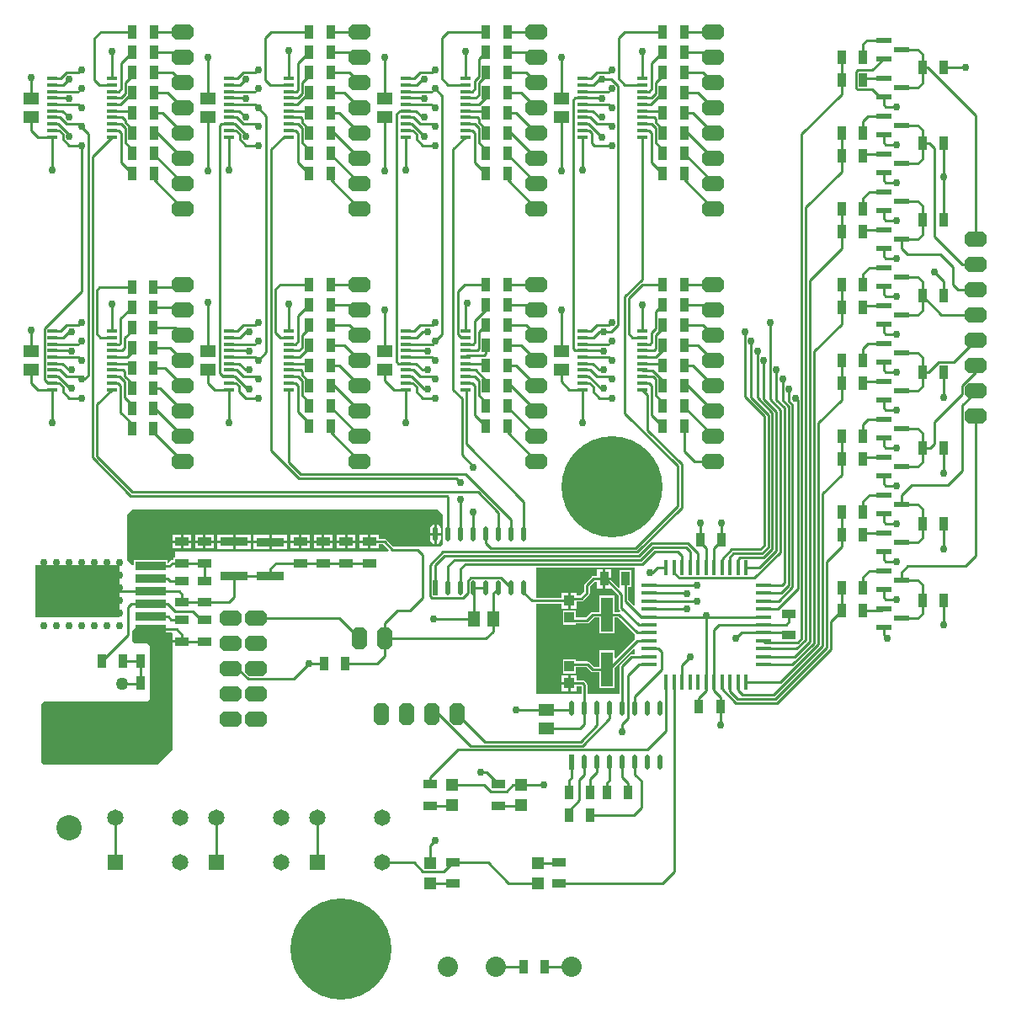
<source format=gtl>
%FSTAX23Y23*%
%MOIN*%
%SFA1B1*%

%IPPOS*%
%AMD29*
4,1,8,-0.042500,0.015000,-0.042500,-0.015000,-0.027500,-0.030000,0.027500,-0.030000,0.042500,-0.015000,0.042500,0.015000,0.027500,0.030000,-0.027500,0.030000,-0.042500,0.015000,0.0*
%
%AMD30*
4,1,8,-0.015000,-0.042500,0.015000,-0.042500,0.030000,-0.027500,0.030000,0.027500,0.015000,0.042500,-0.015000,0.042500,-0.030000,0.027500,-0.030000,-0.027500,-0.015000,-0.042500,0.0*
%
%ADD10R,0.039370X0.043310*%
%ADD11R,0.033470X0.055120*%
%ADD12R,0.336220X0.210630*%
%ADD13R,0.120470X0.035040*%
%ADD14R,0.059060X0.015980*%
%ADD15R,0.015980X0.059060*%
%ADD16R,0.059060X0.051180*%
%ADD17R,0.110240X0.037400*%
%ADD18R,0.059060X0.023620*%
%ADD19R,0.047240X0.137800*%
%ADD20O,0.021650X0.059060*%
%ADD21R,0.021650X0.059060*%
%ADD22R,0.051180X0.045280*%
%ADD23R,0.039370X0.013780*%
%ADD24R,0.055120X0.033470*%
%ADD25R,0.051180X0.059060*%
%ADD26C,0.010000*%
%ADD27R,0.064960X0.064960*%
%ADD28C,0.064960*%
G04~CAMADD=29~4~0.0~0.0~600.0~850.0~0.0~150.0~0~0.0~0.0~0.0~0.0~0~0.0~0.0~0.0~0.0~0~0.0~0.0~0.0~90.0~850.0~600.0*
%ADD29D29*%
G04~CAMADD=30~4~0.0~0.0~600.0~850.0~0.0~150.0~0~0.0~0.0~0.0~0.0~0~0.0~0.0~0.0~0.0~0~0.0~0.0~0.0~180.0~600.0~850.0*
%ADD30D30*%
%ADD31C,0.030000*%
%ADD32C,0.080000*%
%ADD33C,0.050000*%
%ADD34C,0.400000*%
%ADD35C,0.100000*%
%LNledcube-1*%
%LPD*%
G36*
X0273Y02989D02*
Y02884D01*
Y02873*
X0272Y02863*
X02532*
X02505Y0289*
X02501Y02892*
X02497Y02893*
X02474*
Y02909*
X02442*
Y02882*
Y02855*
X02474*
Y02871*
X02492*
X02515Y02848*
X0251Y02842*
X0167*
Y02821*
X01669Y0282*
X01662*
Y02813*
X01658Y02809*
X01657*
X01653Y02808*
X01649Y02805*
X01649*
X01641Y02797*
X01637Y02799*
Y02808*
X01504*
Y0279*
X015*
X0148Y0281*
Y02978*
Y02989*
X015Y0301*
X0271*
X0273Y02989*
G37*
G36*
X0349Y02632D02*
X03485Y0263D01*
X03463Y02652*
Y02701*
X03475*
Y02768*
X03429*
Y02702*
X03424Y027*
X03395Y0273*
X03372*
Y02697*
X03394*
X03396Y02698*
X03425Y02669*
Y0262*
X03425Y02616*
X03428Y02612*
X03433Y02608*
X0343Y02603*
X03426Y02604*
X03409*
Y02668*
X0335*
Y02604*
X03323*
X03318Y02603*
X03315Y02601*
X03295Y02581*
X03255*
Y02609*
X03204*
Y02553*
X03255*
Y02558*
X033*
X03304Y02559*
X03307Y02562*
X03327Y02582*
X0335*
Y02518*
X03409*
Y02582*
X03422*
X0349Y02514*
Y02495*
X03414Y0242*
X03409Y02422*
Y02451*
X0335*
Y02387*
X03327*
X0331Y02405*
X03306Y02407*
X03302Y02408*
X03255*
Y02416*
X03204*
Y0236*
X03255*
Y02386*
X03298*
X03315Y02368*
X03318Y02366*
X03323Y02365*
X0335*
Y02301*
X03409*
Y02383*
X03485Y02459*
X0349Y02457*
Y02437*
X03476*
X03472Y02436*
X03468Y02434*
Y02434*
X03432Y02397*
X03429Y02394*
X03428Y0239*
X03428*
Y0228*
X03301*
Y02315*
X03301*
X033Y02319*
X03297Y02322*
X03291Y02329*
X03287Y02331*
X03283Y02332*
X03259*
Y02353*
X03235*
Y02321*
Y02289*
X03259*
Y0231*
X03278*
Y0228*
X031*
Y02637*
X032*
Y02616*
X03225*
Y02648*
Y0268*
X032*
Y02659*
X031*
Y0278*
X0349*
Y02632*
G37*
G36*
X0156Y02536D02*
X01559Y02535D01*
X0156Y0253*
X01563Y02527*
X01566Y02524*
X01571Y02523*
X01656*
X0166Y0252*
Y02514*
X01658*
Y02492*
X01696*
Y02482*
X01658*
Y0246*
X0166*
Y0244*
Y0206*
X0165Y0205*
X016Y02*
X0115*
X0114Y0201*
Y0224*
X0115Y0225*
X0156*
X0157Y0226*
Y0247*
X0156Y0248*
X0151*
X015Y0249*
Y0253*
X0151Y0254*
X01556*
X0156Y02536*
G37*
%LNledcube-2*%
%LPC*%
G36*
X02341Y02877D02*
X02308D01*
Y02855*
X02341*
Y02877*
G37*
G36*
X02383D02*
X02351D01*
Y02855*
X02383*
Y02877*
G37*
G36*
X0225D02*
X02217D01*
Y02855*
X0225*
Y02877*
G37*
G36*
X02292D02*
X0226D01*
Y02855*
X02292*
Y02877*
G37*
G36*
X0178Y02877D02*
X01747D01*
Y02855*
X0178*
Y02877*
G37*
G36*
X01822D02*
X0179D01*
Y02855*
X01822*
Y02877*
G37*
G36*
X01691D02*
X01658D01*
Y02855*
X01691*
Y02877*
G37*
G36*
X01733D02*
X01701D01*
Y02855*
X01733*
Y02877*
G37*
G36*
X02201Y02877D02*
X02169D01*
Y02855*
X02201*
Y02877*
G37*
G36*
X03362Y02772D02*
X0334D01*
Y02746*
X03325*
X0332Y02745*
X03317Y02742*
X03292Y02717*
X03289Y02714*
X03288Y0271*
Y02684*
X03272Y02668*
X03259*
Y0268*
X03235*
Y02648*
Y02616*
X03259*
Y02646*
X03277*
X03281Y02646*
X03285Y02649*
X03307Y02672*
X0331Y02675*
X03311Y0268*
X03311*
Y02705*
X03329Y02723*
X0334*
Y02697*
X03362*
Y02735*
Y02772*
G37*
G36*
X03394D02*
X03372D01*
Y0274*
X03394*
Y02772*
G37*
G36*
X03225Y02316D02*
X032D01*
Y02289*
X03225*
Y02316*
G37*
G36*
Y02353D02*
X032D01*
Y02326*
X03225*
Y02353*
G37*
G36*
X02041Y02875D02*
X0198D01*
Y02852*
X02041*
Y02875*
G37*
G36*
X01967Y02876D02*
X01907D01*
Y02852*
X01967*
Y02876*
G37*
G36*
X02159Y02877D02*
X02126D01*
Y02855*
X02159*
Y02877*
G37*
G36*
X02111Y02875D02*
X02051D01*
Y02852*
X02111*
Y02875*
G37*
G36*
X01897Y02876D02*
X01836D01*
Y02852*
X01897*
Y02876*
G37*
G36*
X01691Y02909D02*
X01658D01*
Y02887*
X01691*
Y02909*
G37*
G36*
X01733D02*
X01701D01*
Y02887*
X01733*
Y02909*
G37*
G36*
X02383Y02909D02*
X02351D01*
Y02887*
X02383*
Y02909*
G37*
G36*
X02292D02*
X0226D01*
Y02887*
X02292*
Y02909*
G37*
G36*
X02341D02*
X02308D01*
Y02887*
X02341*
Y02909*
G37*
G36*
X02695Y02951D02*
X02691Y0295D01*
X02684Y02946*
X0268Y02939*
X02678Y02931*
Y02917*
X02695*
Y02951*
G37*
G36*
X02705D02*
Y02917D01*
X02721*
Y02931*
X02719Y02939*
X02715Y02946*
X02708Y0295*
X02705Y02951*
G37*
G36*
X02432Y02909D02*
X02399D01*
Y02887*
X02432*
Y02909*
G37*
G36*
X0178D02*
X01747D01*
Y02887*
X0178*
Y02909*
G37*
G36*
X01822D02*
X0179D01*
Y02887*
X01822*
Y02909*
G37*
G36*
X02041Y02909D02*
X0198D01*
Y02885*
X02041*
Y02909*
G37*
G36*
X02111D02*
X02051D01*
Y02885*
X02111*
Y02909*
G37*
G36*
X02721Y02907D02*
X02705D01*
Y02873*
X02708Y02874*
X02715Y02878*
X02719Y02885*
X02721Y02893*
Y02907*
G37*
G36*
X02432Y02877D02*
X02399D01*
Y02855*
X02432*
Y02877*
G37*
G36*
X02695Y02907D02*
X02678D01*
Y02893*
X0268Y02885*
X02684Y02878*
X02691Y02874*
X02695Y02873*
Y02907*
G37*
G36*
X02201Y02909D02*
X02169D01*
Y02887*
X02201*
Y02909*
G37*
G36*
X0225D02*
X02217D01*
Y02887*
X0225*
Y02909*
G37*
G36*
X02159D02*
X02126D01*
Y02887*
X02159*
Y02909*
G37*
G36*
X01897Y0291D02*
X01836D01*
Y02886*
X01897*
Y0291*
G37*
G36*
X01967D02*
X01907D01*
Y02886*
X01967*
Y0291*
G37*
%LNledcube-3*%
%LPD*%
G54D10*
X0323Y02321D03*
Y02388D03*
Y02581D03*
Y02648D03*
G54D11*
X02257Y024D03*
X02342D03*
X04712Y0476D03*
X04627D03*
X03747Y0289D03*
X03832D03*
X01377Y02408D03*
X01462D03*
X01617Y02321D03*
X01532D03*
X01617Y02409D03*
X01532D03*
X03827Y0223D03*
X03742D03*
X03312Y0189D03*
X03227D03*
X03462D03*
X03377D03*
X03312Y018D03*
X03227D03*
X03367Y02735D03*
X03452D03*
X022Y049D03*
X02284D03*
X029D03*
X02984D03*
X036D03*
X03684D03*
X022Y0482D03*
X02284D03*
X029D03*
X02984D03*
X036D03*
X03684D03*
X022Y0474D03*
X02284D03*
X029D03*
X02984D03*
X036D03*
X03684D03*
X022Y0466D03*
X02284D03*
X029D03*
X02984D03*
X036D03*
X03684D03*
X022Y0458D03*
X02284D03*
X029D03*
X02984D03*
X036D03*
X03684D03*
X022Y045D03*
X02284D03*
X029D03*
X02984D03*
X036D03*
X03684D03*
X022Y0442D03*
X02284D03*
X029D03*
X02984D03*
X036D03*
X03684D03*
X015Y0434D03*
X01584D03*
X022D03*
X02284D03*
X029D03*
X02984D03*
X036D03*
X03684D03*
X01497Y0357D03*
X01582D03*
X01497Y0349D03*
X01582D03*
X01497Y0341D03*
X01582D03*
X04307Y027D03*
X04392D03*
X04307Y0261D03*
X04392D03*
X04307Y03D03*
X04392D03*
X04307Y0291D03*
X04392D03*
X04307Y033D03*
X04392D03*
X04307Y0321D03*
X04392D03*
X04307Y036D03*
X04392D03*
X04307Y0351D03*
X04392D03*
X04307Y039D03*
X04392D03*
X04307Y0381D03*
X04392D03*
X04307Y042D03*
X04392D03*
X04307Y0411D03*
X04392D03*
X04307Y045D03*
X04392D03*
X04307Y0441D03*
X04392D03*
X04307Y048D03*
X04392D03*
X04307Y0471D03*
X04392D03*
X04712Y0265D03*
X04627D03*
X04712Y02951D03*
X04627D03*
X04712Y03252D03*
X04627D03*
X04712Y03554D03*
X04627D03*
X04712Y03855D03*
X04627D03*
X04712Y04157D03*
X04627D03*
X04712Y04458D03*
X04627D03*
X03132Y012D03*
X03047D03*
X036Y0334D03*
X03684D03*
X036Y0342D03*
X03684D03*
X036Y035D03*
X03684D03*
X036Y0358D03*
X03684D03*
X036Y0366D03*
X03684D03*
X036Y0374D03*
X03684D03*
X036Y0382D03*
X03684D03*
X036Y039D03*
X03684D03*
X029Y0334D03*
X02984D03*
X029Y0342D03*
X02984D03*
X029Y035D03*
X02984D03*
X029Y0358D03*
X02984D03*
X029Y0366D03*
X02984D03*
X029Y0374D03*
X02984D03*
X029Y0382D03*
X02984D03*
X029Y039D03*
X02984D03*
X022Y0334D03*
X02284D03*
X01497Y0333D03*
X01582D03*
X022Y0342D03*
X02284D03*
X022Y035D03*
X02284D03*
X022Y0358D03*
X02284D03*
X022Y0366D03*
X02284D03*
X022Y0374D03*
X02284D03*
X022Y0382D03*
X02284D03*
X022Y039D03*
X02284D03*
X01497Y0373D03*
X01582D03*
X01497Y0381D03*
X01582D03*
X01497Y0365D03*
X01582D03*
X01497Y0389D03*
X01582D03*
X015Y0442D03*
X01584D03*
X015Y045D03*
X01584D03*
X015Y0458D03*
X01584D03*
X015Y0466D03*
X01584D03*
X015Y0474D03*
X01584D03*
X015Y0482D03*
X01584D03*
X015Y049D03*
X01584D03*
G54D12*
X01283Y02685D03*
G54D13*
X01571Y02535D03*
Y02585D03*
Y02635D03*
Y02685D03*
Y02735D03*
Y02785D03*
Y02835D03*
G54D14*
X03545Y0271D03*
Y02678D03*
Y02647D03*
Y02615D03*
Y02584D03*
Y02552D03*
Y02521D03*
Y02489D03*
Y02458D03*
Y02426D03*
Y02395D03*
X03997D03*
Y02426D03*
Y02458D03*
Y02489D03*
Y02521D03*
Y02552D03*
Y02584D03*
Y02615D03*
Y02647D03*
Y02678D03*
Y0271D03*
G54D15*
X03613Y02326D03*
X03645D03*
X03676D03*
X03708D03*
X03739D03*
X03771D03*
X03802D03*
X03834D03*
X03865D03*
X03897D03*
X03928D03*
Y02778D03*
X03897D03*
X03865D03*
X03834D03*
X03802D03*
X03771D03*
X03739D03*
X03708D03*
X03676D03*
X03645D03*
X03613D03*
G54D16*
X0314Y02142D03*
Y02217D03*
X032Y03562D03*
Y03637D03*
X025Y03562D03*
Y03637D03*
X018Y03562D03*
Y03637D03*
X011Y03562D03*
Y03637D03*
X032Y04562D03*
Y04637D03*
X025Y04562D03*
Y04637D03*
X018Y04562D03*
Y04637D03*
X011Y04562D03*
Y04637D03*
G54D17*
X01902Y02881D03*
Y02745D03*
X02046Y0288D03*
Y02745D03*
G54D18*
X04474Y04717D03*
Y04642D03*
X04545Y0468D03*
X04474Y02767D03*
Y02692D03*
X04545Y0273D03*
X04474Y02617D03*
Y02542D03*
X04545Y0258D03*
X04474Y03067D03*
Y02992D03*
X04545Y0303D03*
X04474Y02917D03*
Y02842D03*
X04545Y0288D03*
X04474Y03367D03*
Y03292D03*
X04545Y0333D03*
X04474Y03217D03*
Y03142D03*
X04545Y0318D03*
X04474Y03667D03*
Y03592D03*
X04545Y0363D03*
X04474Y03517D03*
Y03442D03*
X04545Y0348D03*
X04474Y03967D03*
Y03892D03*
X04545Y0393D03*
X04474Y03817D03*
Y03742D03*
X04545Y0378D03*
X04474Y04267D03*
Y04192D03*
X04545Y0423D03*
X04474Y04117D03*
Y04042D03*
X04545Y0408D03*
X04474Y04567D03*
Y04492D03*
X04545Y0453D03*
X04474Y04417D03*
Y04342D03*
X04545Y0438D03*
X04474Y04867D03*
Y04792D03*
X04545Y0483D03*
G54D19*
X0338Y02593D03*
Y02376D03*
G54D20*
X0359Y02222D03*
X0354D03*
X0349D03*
X0344D03*
X0339D03*
X0334D03*
X0329D03*
X0324D03*
X0359Y0201D03*
X0354D03*
X0349D03*
X0344D03*
X0339D03*
X0334D03*
X0329D03*
X0275Y027D03*
X028D03*
X0285D03*
X029D03*
X0295D03*
X03D03*
X0305D03*
X027Y02912D03*
X0275D03*
X028D03*
X0285D03*
X029D03*
X0295D03*
X03D03*
X0305D03*
G54D21*
X0324Y0201D03*
X027Y027D03*
G54D22*
X0268Y0153D03*
Y01609D03*
X02764Y0184D03*
Y01919D03*
X0304Y0184D03*
Y01919D03*
X03105Y0153D03*
Y01609D03*
G54D23*
X01881Y03715D03*
Y03689D03*
Y03663D03*
Y03638D03*
Y03612D03*
Y03587D03*
Y03561D03*
Y03536D03*
Y0351D03*
Y03484D03*
X02118D03*
Y0351D03*
Y03536D03*
Y03561D03*
Y03587D03*
Y03612D03*
Y03638D03*
Y03663D03*
Y03689D03*
Y03715D03*
X01181Y04715D03*
Y04689D03*
Y04663D03*
Y04638D03*
Y04612D03*
Y04587D03*
Y04561D03*
Y04536D03*
Y0451D03*
Y04484D03*
X01418D03*
Y0451D03*
Y04536D03*
Y04561D03*
Y04587D03*
Y04612D03*
Y04638D03*
Y04663D03*
Y04689D03*
Y04715D03*
X01881D03*
Y04689D03*
Y04663D03*
Y04638D03*
Y04612D03*
Y04587D03*
Y04561D03*
Y04536D03*
Y0451D03*
Y04484D03*
X02118D03*
Y0451D03*
Y04536D03*
Y04561D03*
Y04587D03*
Y04612D03*
Y04638D03*
Y04663D03*
Y04689D03*
Y04715D03*
X02581D03*
Y04689D03*
Y04663D03*
Y04638D03*
Y04612D03*
Y04587D03*
Y04561D03*
Y04536D03*
Y0451D03*
Y04484D03*
X02818D03*
Y0451D03*
Y04536D03*
Y04561D03*
Y04587D03*
Y04612D03*
Y04638D03*
Y04663D03*
Y04689D03*
Y04715D03*
X03281D03*
Y04689D03*
Y04663D03*
Y04638D03*
Y04612D03*
Y04587D03*
Y04561D03*
Y04536D03*
Y0451D03*
Y04484D03*
X03518D03*
Y0451D03*
Y04536D03*
Y04561D03*
Y04587D03*
Y04612D03*
Y04638D03*
Y04663D03*
Y04689D03*
Y04715D03*
X01181Y03715D03*
Y03689D03*
Y03663D03*
Y03638D03*
Y03612D03*
Y03587D03*
Y03561D03*
Y03536D03*
Y0351D03*
Y03484D03*
X01418D03*
Y0351D03*
Y03536D03*
Y03561D03*
Y03587D03*
Y03612D03*
Y03638D03*
Y03663D03*
Y03689D03*
Y03715D03*
X03281D03*
Y03689D03*
Y03663D03*
Y03638D03*
Y03612D03*
Y03587D03*
Y03561D03*
Y03536D03*
Y0351D03*
Y03484D03*
X03518D03*
Y0351D03*
Y03536D03*
Y03561D03*
Y03587D03*
Y03612D03*
Y03638D03*
Y03663D03*
Y03689D03*
Y03715D03*
X02581D03*
Y03689D03*
Y03663D03*
Y03638D03*
Y03612D03*
Y03587D03*
Y03561D03*
Y03536D03*
Y0351D03*
Y03484D03*
X02818D03*
Y0351D03*
Y03536D03*
Y03561D03*
Y03587D03*
Y03612D03*
Y03638D03*
Y03663D03*
Y03689D03*
Y03715D03*
G54D24*
X01785Y02797D03*
Y02882D03*
X01696Y02797D03*
Y02882D03*
X02255Y02797D03*
Y02882D03*
X02164Y02797D03*
Y02882D03*
X01785Y02642D03*
Y02727D03*
X01696D03*
Y02642D03*
X01785Y02487D03*
Y02572D03*
X01696Y02487D03*
Y02572D03*
X0268Y01837D03*
Y01922D03*
X0295Y01837D03*
Y01922D03*
X02346Y02797D03*
Y02882D03*
X02437Y02797D03*
Y02882D03*
X041Y02597D03*
Y02512D03*
X0319Y01528D03*
Y01612D03*
X0277D03*
Y01528D03*
G54D25*
X02852Y02575D03*
X02927D03*
G54D26*
X03347Y03562D02*
X03366D01*
X03396Y03712D02*
X03423Y03739D01*
X03366Y03712D02*
X03396D01*
X03349D02*
X03366D01*
X03326Y03689D02*
X03349Y03712D01*
X03354Y03488D02*
X03366D01*
X03306Y03536D02*
X03354Y03488D01*
X0335Y0345D02*
X03397D01*
X03324Y03476D02*
X0335Y0345D01*
X03324Y03476D02*
Y03496D01*
X02647Y03562D02*
X02667D01*
X02649Y03712D02*
X02667D01*
X02655Y03487D02*
X02667D01*
X02624Y03476D02*
X0265Y0345D01*
X02624Y03476D02*
Y03496D01*
X0265Y0345D02*
X02697D01*
X01947Y03562D02*
X01962D01*
X01949Y03712D02*
X01962D01*
X01224Y03476D02*
X0125Y0345D01*
X01224Y03476D02*
Y03496D01*
X0125Y0345D02*
X01297D01*
X01883Y04611D02*
X01985D01*
X01881Y04612D02*
X01883Y04611D01*
X01881Y04663D02*
X01986D01*
X01696Y02487D02*
Y02514D01*
X01675Y02535D02*
X01696Y02514D01*
X01571Y02535D02*
X01675D01*
X0331Y0451D02*
X0332Y045D01*
Y0446D02*
Y045D01*
Y0446D02*
X0333Y0445D01*
X02346Y02797D02*
X02436D01*
X02164D02*
X02255D01*
X02067D02*
X02164D01*
X02255D02*
X02346D01*
X02045Y02775D02*
X02067Y02797D01*
X02045Y02745D02*
Y02775D01*
X01902Y02745D02*
X02045D01*
X02437Y02882D02*
X02497D01*
X0253Y0285*
X0263*
X0265Y0283*
Y0266D02*
Y0283D01*
X026Y0261D02*
X0265Y0266D01*
X0255Y0261D02*
X026D01*
X025Y0256D02*
X0255Y0261D01*
X025Y025D02*
Y0256D01*
X03436Y0262D02*
Y02673D01*
X03375Y02735D02*
X03436Y02673D01*
X03367Y02735D02*
X03375D01*
X02487Y01611D02*
X02614D01*
X0323Y02657D02*
X03277D01*
X0305Y0268D02*
Y027D01*
Y0268D02*
X03081Y02648D01*
X0323*
X03283Y02321D02*
X0329Y02315D01*
X0323Y02321D02*
X03283D01*
X03578Y02778D02*
X03613D01*
X0356Y0276D02*
X03578Y02778D01*
X0355Y0276D02*
X0356D01*
X02232Y01611D02*
Y01788D01*
X01832Y01611D02*
Y01788D01*
X01432Y01611D02*
Y01788D01*
X025Y0243D02*
Y025D01*
X0247Y024D02*
X025Y0243D01*
X02342Y024D02*
X0247D01*
X022D02*
X02257D01*
X0146Y0232D02*
X01531D01*
X01283Y02685D02*
X01571D01*
X02139Y02339D02*
X022Y024D01*
X01957Y02339D02*
X02139D01*
X01916Y0238D02*
X01957Y02339D01*
X0189Y0238D02*
X01916D01*
X03771Y02326D02*
Y02588D01*
X03545Y02584D02*
X03766D01*
X02927Y02527D02*
Y02575D01*
X029Y025D02*
X02927Y02527D01*
X025Y025D02*
X029D01*
X03325Y02735D02*
X03367D01*
X033Y0271D02*
X03325Y02735D01*
X033Y0268D02*
Y0271D01*
X03277Y02657D02*
X033Y0268D01*
X0314Y02217D02*
X03234D01*
X0339Y02182D02*
Y02222D01*
X02685Y022D02*
X02711D01*
X0334Y02155D02*
Y02222D01*
X0268Y0153D02*
X02767D01*
X03645Y01575D02*
Y02326D01*
X03598Y01528D02*
X03645Y01575D01*
X0319Y01528D02*
X03598D01*
X03545Y02458D02*
X03581D01*
X03595Y02445*
Y02375D02*
Y02445D01*
X0349Y0227D02*
X03595Y02375D01*
X0349Y02222D02*
Y0227D01*
X03476Y02426D02*
X03545D01*
X0344Y0239D02*
X03476Y02426D01*
X0344Y02222D02*
Y0239D01*
X03452Y02647D02*
Y02735D01*
Y02647D02*
X03515Y02584D01*
X03545*
X03518Y04715D02*
Y04821D01*
X02818Y04715D02*
Y04821D01*
X02118Y04715D02*
Y04826D01*
X01418Y04715D02*
Y04821D01*
X01881Y0351D02*
X01909D01*
X01921Y03498*
Y03476D02*
X01947Y0345D01*
X01997*
X01921Y03476D02*
Y03498D01*
X01418Y03715D02*
Y03821D01*
X02118Y03715D02*
Y03823D01*
X02818Y03818D02*
X02825Y03825D01*
X02818Y03715D02*
Y03818D01*
X02815Y039D02*
X029D01*
X02787Y03872D02*
X02815Y039D01*
X02787Y03703D02*
Y03872D01*
X03518Y03715D02*
Y03818D01*
X0136Y03426D02*
X01418Y03484D01*
X0136Y0322D02*
Y03426D01*
Y0322D02*
X015Y0308D01*
X01341Y03216D02*
X01493Y03064D01*
X01582Y03317D02*
X017Y032D01*
X01582Y03317D02*
Y0333D01*
X0159Y0341D02*
X017Y033D01*
X01582Y0341D02*
X0159D01*
X0161Y0349D02*
X017Y034D01*
X01582Y0349D02*
X0161D01*
X0163Y0357D02*
X017Y035D01*
X01582Y0357D02*
X0163D01*
X0165Y0365D02*
X017Y036D01*
X01582Y0365D02*
X0165D01*
X0167Y0373D02*
X017Y037D01*
X01582Y0373D02*
X0167D01*
X01582Y0381D02*
X0169D01*
X01582Y0389D02*
X0169D01*
X02284Y03315D02*
X024Y032D01*
X02284Y03315D02*
Y0334D01*
Y03415D02*
X024Y033D01*
X02284Y03415D02*
Y0342D01*
X023Y035D02*
X024Y034D01*
X02284Y035D02*
X023D01*
X0232Y0358D02*
X024Y035D01*
X02284Y0358D02*
X0232D01*
X0234Y0366D02*
X024Y036D01*
X02284Y0366D02*
X0234D01*
X0236Y0374D02*
X024Y037D01*
X02284Y0374D02*
X0236D01*
X02284Y0382D02*
X0238D01*
X02284Y039D02*
X024D01*
X02984Y03315D02*
X031Y032D01*
X02984Y03315D02*
Y0334D01*
Y03415D02*
X031Y033D01*
X02984Y03415D02*
Y0342D01*
X03Y035D02*
X031Y034D01*
X02984Y035D02*
X03D01*
X0302Y0358D02*
X031Y035D01*
X02984Y0358D02*
X0302D01*
X0304Y0366D02*
X031Y036D01*
X02984Y0366D02*
X0304D01*
X0306Y0374D02*
X031Y037D01*
X02984Y0374D02*
X0306D01*
X02984Y0382D02*
X0308D01*
X02984Y039D02*
X031D01*
X03556Y03383D02*
Y035D01*
Y03383D02*
X036Y0334D01*
X02818Y02793D02*
X03518D01*
X02774Y02809D02*
X03511D01*
X02735Y02825D02*
X03505D01*
X02728Y02841D02*
X03498D01*
X03568Y02843D02*
X0366D01*
X03518Y02793D02*
X03568Y02843D01*
X03561Y02859D02*
X03693D01*
X03511Y02809D02*
X03561Y02859D01*
X03555Y02875D02*
X037D01*
X03505Y02825D02*
X03555Y02875D01*
X02918Y02857D02*
X03492D01*
X03518Y03484D02*
X0354Y03462D01*
X01584Y04315D02*
X017Y042D01*
X01584Y04315D02*
Y0434D01*
Y04415D02*
X017Y043D01*
X01584Y04415D02*
Y0442D01*
X016Y045D02*
X017Y044D01*
X01584Y045D02*
X016D01*
X0162Y0458D02*
X017Y045D01*
X01584Y0458D02*
X0162D01*
X0164Y0466D02*
X017Y046D01*
X01584Y0466D02*
X0164D01*
X0166Y0474D02*
X017Y047D01*
X01584Y0474D02*
X0166D01*
X0168Y0482D02*
X017Y048D01*
X01584Y0482D02*
X0168D01*
X01584Y049D02*
X017D01*
X02284Y04315D02*
X024Y042D01*
X02284Y04315D02*
Y0434D01*
Y04415D02*
X024Y043D01*
X02284Y04415D02*
Y0442D01*
X023Y045D02*
X024Y044D01*
X02284Y045D02*
X023D01*
X0232Y0458D02*
X024Y045D01*
X02284Y0458D02*
X0232D01*
X0234Y0466D02*
X024Y046D01*
X02284Y0466D02*
X0234D01*
X0236Y0474D02*
X024Y047D01*
X02284Y0474D02*
X0236D01*
X02284Y0482D02*
X0238D01*
X02284Y049D02*
X024D01*
X02984Y04315D02*
X031Y042D01*
X02984Y04315D02*
Y0434D01*
Y04415D02*
X031Y043D01*
X02984Y04415D02*
Y0442D01*
X03Y045D02*
X031Y044D01*
X02984Y045D02*
X03D01*
X0302Y0458D02*
X031Y045D01*
X02984Y0458D02*
X0302D01*
X0304Y0466D02*
X031Y046D01*
X02984Y0466D02*
X0304D01*
X0306Y0474D02*
X031Y047D01*
X02984Y0474D02*
X0306D01*
X02984Y0482D02*
X0308D01*
X02984Y049D02*
X031D01*
X03684Y04315D02*
X038Y042D01*
X03684Y04315D02*
Y0434D01*
X038Y043D02*
Y04304D01*
X03684Y0442D02*
X038Y04304D01*
X037Y045D02*
X038Y044D01*
X03684Y045D02*
X037D01*
X0372Y0458D02*
X038Y045D01*
X03684Y0458D02*
X0372D01*
X0374Y0466D02*
X038Y046D01*
X03684Y0466D02*
X0374D01*
X0376Y0474D02*
X038Y047D01*
X03684Y0474D02*
X0376D01*
X03684Y0482D02*
X0378D01*
X03684Y049D02*
X038D01*
X03556Y04383D02*
X036Y0434D01*
X03556Y04383D02*
Y04498D01*
X03544Y0451D02*
X03556Y04498D01*
X03518Y0451D02*
X03544D01*
X03572Y04461D02*
X036Y04433D01*
X03572Y04461D02*
Y04518D01*
X03555Y04536D02*
X03572Y04518D01*
X03518Y04536D02*
X03555D01*
X03572Y04541D02*
X036Y04513D01*
X03572Y04541D02*
Y04555D01*
X03565Y04561D02*
X03572Y04555D01*
X03518Y04561D02*
X03565D01*
X0345Y049D02*
X036D01*
X03425Y04875D02*
X0345Y049D01*
X03425Y04715D02*
Y04875D01*
Y04715D02*
X0345Y04689D01*
X03518*
X03556Y04776D02*
X036Y0482D01*
X03556Y04675D02*
Y04776D01*
X03545Y04663D02*
X03556Y04675D01*
X03518Y04663D02*
X03545D01*
X03572Y04698D02*
X036Y04726D01*
X03572Y04655D02*
Y04698D01*
X03555Y04638D02*
X03572Y04655D01*
X03518Y04638D02*
X03555D01*
X03552Y04612D02*
X036Y0466D01*
X03518Y04612D02*
X03552D01*
X03518Y04587D02*
X03592D01*
X02856Y04383D02*
X029Y0434D01*
X02856Y04383D02*
Y045D01*
X02845Y0451D02*
X02856Y045D01*
X02818Y0451D02*
X02845D01*
X02872Y04461D02*
X029Y04433D01*
X02872Y04461D02*
Y04518D01*
X02855Y04536D02*
X02872Y04518D01*
X02818Y04536D02*
X02855D01*
X02872Y04541D02*
X029Y04513D01*
X02872Y04541D02*
Y04555D01*
X02865Y04561D02*
X02872Y04555D01*
X02818Y04561D02*
X02865D01*
X0275Y049D02*
X029D01*
X02725Y04875D02*
X0275Y049D01*
X02725Y04715D02*
Y04875D01*
Y04715D02*
X0275Y04689D01*
X02818*
X02872Y04792D02*
X029Y0482D01*
X02872Y04721D02*
Y04792D01*
X02856Y04705D02*
X02872Y04721D01*
X02856Y04675D02*
Y04705D01*
X02845Y04663D02*
X02856Y04675D01*
X02818Y04663D02*
X02845D01*
X029Y04726D02*
Y0474D01*
X02872Y04698D02*
X029Y04726D01*
X02872Y0465D02*
Y04698D01*
X0286Y04638D02*
X02872Y0465D01*
X02818Y04638D02*
X0286D01*
X02872Y04612D02*
X029Y0464D01*
X02818Y04612D02*
X02872D01*
X02818Y04587D02*
X02892D01*
X0205Y049D02*
X022D01*
X02025Y04875D02*
X0205Y049D01*
X02025Y0471D02*
Y04875D01*
Y0471D02*
X02045Y04689D01*
X02118*
X02156Y04776D02*
X022Y0482D01*
X02156Y0467D02*
Y04776D01*
X0215Y04663D02*
X02156Y0467D01*
X02118Y04663D02*
X0215D01*
X02172Y04698D02*
X022Y04726D01*
X02172Y04655D02*
Y04698D01*
X02155Y04638D02*
X02172Y04655D01*
X02118Y04638D02*
X02155D01*
X02152Y04612D02*
X022Y0466D01*
X02118Y04612D02*
X02152D01*
X02156Y04383D02*
X022Y0434D01*
X02156Y04383D02*
Y045D01*
X02145Y0451D02*
X02156Y045D01*
X02118Y0451D02*
X02145D01*
X02172Y04461D02*
X022Y04433D01*
X02172Y04461D02*
Y04518D01*
X02155Y04536D02*
X02172Y04518D01*
X02118Y04536D02*
X02155D01*
X02172Y04541D02*
X022Y04513D01*
X02172Y04541D02*
Y04555D01*
X02165Y04561D02*
X02172Y04555D01*
X02118Y04561D02*
X02165D01*
X02118Y04587D02*
X02192D01*
X01456Y04383D02*
X015Y0434D01*
X01456Y04383D02*
Y045D01*
X01446Y0451D02*
X01456Y045D01*
X01418Y0451D02*
X01446D01*
X01418Y0451D02*
X01418Y0451D01*
X01472Y04461D02*
X015Y04433D01*
X01472Y04461D02*
Y04518D01*
X01455Y04536D02*
X01472Y04518D01*
X01418Y04536D02*
X01455D01*
X015Y045D02*
Y04513D01*
X01472Y04541D02*
X015Y04513D01*
X01472Y04541D02*
Y0455D01*
X0146Y04561D02*
X01472Y0455D01*
X01418Y04561D02*
X0146D01*
X01418Y04587D02*
X01492D01*
X01375Y049D02*
X015D01*
X0135Y04875D02*
X01375Y049D01*
X0135Y0471D02*
Y04875D01*
Y0471D02*
X0137Y04689D01*
X01418*
X01456Y04776D02*
X015Y0482D01*
X01456Y04675D02*
Y04776D01*
X01445Y04663D02*
X01456Y04675D01*
X01418Y04663D02*
X01445D01*
X015Y04726D02*
Y0474D01*
X01472Y04698D02*
X015Y04726D01*
X01472Y04655D02*
Y04698D01*
X01455Y04638D02*
X01472Y04655D01*
X01418Y04638D02*
X01455D01*
X01452Y04612D02*
X015Y0466D01*
X01418Y04612D02*
X01452D01*
X022Y0334D02*
Y03353D01*
X02156Y03397D02*
X022Y03353D01*
X02156Y03397D02*
Y035D01*
X02146Y0351D02*
X02156Y035D01*
X02118Y0351D02*
X02146D01*
X02118Y0351D02*
X02118Y0351D01*
X02172Y03461D02*
X022Y03433D01*
X02172Y03461D02*
Y03518D01*
X02155Y03536D02*
X02172Y03518D01*
X02118Y03536D02*
X02155D01*
X02172Y03541D02*
X022Y03513D01*
X02172Y03541D02*
Y03555D01*
X02165Y03561D02*
X02172Y03555D01*
X02118Y03561D02*
X02165D01*
X02118Y03587D02*
X02192D01*
X01453Y03393D02*
X01497Y0335D01*
X01453Y03393D02*
Y035D01*
X01443Y0351D02*
X01453Y035D01*
X01418Y0351D02*
X01443D01*
X01469Y03451D02*
X01497Y03423D01*
X01469Y03451D02*
Y03515D01*
X01449Y03536D02*
X01469Y03515D01*
X01418Y03536D02*
X01449D01*
X01497Y0349D02*
Y0351D01*
X01469Y03537D02*
X01497Y0351D01*
X01469Y03537D02*
Y03555D01*
X01463Y03561D02*
X01469Y03555D01*
X01418Y03561D02*
X01463D01*
X0148Y03587D02*
X01497Y0357D01*
X01418Y03587D02*
X0148D01*
X0137Y0389D02*
X01497D01*
X01357Y03877D02*
X0137Y0389D01*
X01357Y03705D02*
Y03877D01*
Y03705D02*
X01372Y03689D01*
X01418*
X01341Y04407D02*
X01418Y04484D01*
X01341Y03216D02*
Y04407D01*
X0131Y03525D02*
X01325Y0354D01*
Y04497*
X01453Y03766D02*
X01497Y0381D01*
X01453Y0367D02*
Y03766D01*
X01447Y03663D02*
X01453Y0367D01*
X01418Y03663D02*
X01447D01*
X01497Y03716D02*
Y0373D01*
X01469Y03688D02*
X01497Y03716D01*
X01469Y0365D02*
Y03688D01*
X01458Y03638D02*
X01469Y0365D01*
X01418Y03638D02*
X01458D01*
X01497Y03632D02*
Y0365D01*
X01477Y03612D02*
X01497Y03632D01*
X01418Y03612D02*
X01477D01*
X02085Y039D02*
X022D01*
X02066Y03881D02*
X02085Y039D01*
X02066Y03709D02*
Y03881D01*
Y03709D02*
X02085Y03689D01*
X02118*
X0205Y04435D02*
X02099Y04484D01*
X0205Y03242D02*
Y04435D01*
Y03242D02*
X02158Y03134D01*
X02156Y03776D02*
X022Y0382D01*
X02156Y03675D02*
Y03776D01*
X02145Y03663D02*
X02156Y03675D01*
X02118Y03663D02*
X02145D01*
X02172Y03698D02*
X022Y03726D01*
X02172Y0365D02*
Y03698D01*
X0216Y03638D02*
X02172Y0365D01*
X02118Y03638D02*
X0216D01*
X02162Y03612D02*
X022Y0365D01*
X02118Y03612D02*
X02162D01*
X02856Y03383D02*
X029Y0334D01*
X02856Y03383D02*
Y03498D01*
X02844Y0351D02*
X02856Y03498D01*
X02818Y0351D02*
X02844D01*
X02872Y03461D02*
X029Y03433D01*
X02872Y03461D02*
Y0352D01*
X02856Y03536D02*
X02872Y0352D01*
X02818Y03536D02*
X02856D01*
X029Y035D02*
Y0352D01*
X02858Y03561D02*
X029Y0352D01*
X02818Y03561D02*
X02858D01*
X02801Y03689D02*
X02818D01*
X02787Y03703D02*
X02801Y03689D01*
X02876Y03618D02*
X02893D01*
X02823D02*
X02841D01*
X0277Y04436D02*
X02818Y04484D01*
X0277Y03484D02*
Y04436D01*
X02872Y03712D02*
X029Y0374D01*
X02872Y03645D02*
Y03712D01*
X029Y03799D02*
Y0382D01*
X02856Y03756D02*
X029Y03799D01*
X0277Y03484D02*
X02805Y03449D01*
X02818Y03689D02*
X02832D01*
X02856Y03671D02*
Y03756D01*
X02848Y03663D02*
X02856Y03671D01*
X02818Y03663D02*
X02848D01*
X02865Y03638D02*
X02872Y03645D01*
X02818Y03638D02*
X02865D01*
X029Y03625D02*
Y0366D01*
X02893Y03618D02*
X029Y03625D01*
X02841Y03618D02*
X02876D01*
X02818Y03612D02*
X02823Y03618D01*
X02818Y03587D02*
X02892D01*
X02099Y04484D02*
X02118D01*
X02781Y03134D02*
X028Y03115D01*
X02158Y03134D02*
X02781D01*
X02746Y03064D02*
X0275Y0306D01*
X01493Y03064D02*
X02746D01*
X02867Y0308D02*
X0295Y02997D01*
X015Y0308D02*
X02867D01*
X0282Y0315D02*
X03Y0297D01*
X02165Y0315D02*
X0282D01*
X02118Y03196D02*
X02165Y0315D01*
X02805Y03225D02*
Y03449D01*
X0285Y03175D02*
Y0318D01*
X02805Y03225D02*
X0285Y0318D01*
X0305Y02912D02*
Y0304D01*
X02821Y03269D02*
X0305Y0304D01*
X02821Y03269D02*
Y03481D01*
X0285Y02912D02*
Y03D01*
X028Y02912D02*
Y0305D01*
X0275Y02912D02*
Y0306D01*
X0295Y02912D02*
Y02997D01*
X03Y02912D02*
Y0297D01*
X02818Y03484D02*
X02821Y03481D01*
X02118Y03196D02*
Y03484D01*
X029Y02875D02*
Y02912D01*
Y02875D02*
X02918Y02857D01*
X03449Y03851D02*
X03518Y0392D01*
Y04484*
X02678Y0279D02*
X02728Y02841D01*
X02678Y02665D02*
Y0279D01*
Y02665D02*
X02684Y02659D01*
X02809*
X02828Y02678*
Y02727*
X0284Y0274*
X02959*
X03Y027*
X02927Y02677D02*
X0295Y027D01*
X02927Y02575D02*
Y02677D01*
X02852Y02575D02*
Y02697D01*
X0285Y027D02*
X02852Y02697D01*
X0285Y027D02*
X029D01*
X028D02*
Y02775D01*
X02818Y02793*
X0275Y027D02*
Y02785D01*
X02774Y02809*
X027Y0279D02*
X02735Y02825D01*
X027Y027D02*
Y0279D01*
X0366Y02843D02*
X03676Y02826D01*
Y02778D02*
Y02826D01*
X03693Y02859D02*
X03708Y02843D01*
Y02778D02*
Y02843D01*
X037Y02875D02*
X03739Y02835D01*
Y02778D02*
Y02835D01*
X03802Y02857D02*
X03822Y02877D01*
X03802Y02778D02*
Y02857D01*
X03396Y04712D02*
X03423Y04685D01*
X03349Y04712D02*
X03396D01*
X03326Y04689D02*
X03349Y04712D01*
X03423Y03739D02*
Y04685D01*
X03281Y04638D02*
X03347D01*
X03253D02*
X03281D01*
X03245Y0463D02*
X03253Y04638D01*
X03245Y03645D02*
Y0463D01*
Y03645D02*
X03251Y03638D01*
X03281*
X02557Y04587D02*
X02581D01*
X02545Y04575D02*
X02557Y04587D01*
X02545Y03595D02*
Y04575D01*
Y03595D02*
X02552Y03587D01*
X02581*
X01297Y0445D02*
D01*
Y03872D02*
Y0445D01*
X01151Y03524D02*
Y03726D01*
X01297Y03872*
X011Y0451D02*
Y04562D01*
Y0451D02*
X01125Y04484D01*
X01181*
X01851Y04536D02*
X01881D01*
X01845Y0453D02*
X01851Y04536D01*
X01845Y0355D02*
Y0453D01*
Y0355D02*
X01858Y03536D01*
X01881*
X018Y03633D02*
Y03637D01*
Y0351D02*
Y03562D01*
Y0351D02*
X01825Y03484D01*
X01881*
X0121Y0351D02*
X01224Y03496D01*
X011Y0351D02*
Y03562D01*
Y0351D02*
X01125Y03484D01*
X01181*
X01297Y03525D02*
X0131D01*
X0203Y03632D02*
Y04567D01*
X01997Y036D02*
X0203Y03632D01*
X027Y03675D02*
X02726Y03701D01*
X02697Y04675D02*
X02726Y04646D01*
Y03701D02*
Y04646D01*
X02688Y03738D02*
X027Y0375D01*
X02688Y03663D02*
X027Y03675D01*
X02581Y03663D02*
X02688D01*
X03986Y02851D02*
X04001Y02866D01*
X03873Y02851D02*
X03986D01*
X03993Y02835D02*
X04017Y0286D01*
X0388Y02835D02*
X03993D01*
X03999Y02819D02*
X04033Y02853D01*
X03904Y02819D02*
X03999D01*
X03834Y02812D02*
X03873Y02851D01*
X03897Y02812D02*
X03904Y02819D01*
X03865Y0282D02*
X0388Y02835D01*
X03981Y02778D02*
X04049Y02846D01*
X03928Y02778D02*
X03981D01*
X04065Y0284D02*
Y03404D01*
X03664Y02738D02*
X03963D01*
X04049Y02846D02*
Y03397D01*
X04033Y02853D02*
Y03391D01*
X04017Y0286D02*
Y03384D01*
X03963Y02738D02*
X04065Y0284D01*
X04001Y02866D02*
Y03378D01*
X03924Y03711D02*
X03925Y03712D01*
X03924Y03455D02*
Y03711D01*
Y03455D02*
X04001Y03378D01*
X03949Y03453D02*
Y03674D01*
Y03453D02*
X04017Y03384D01*
X03974Y03451D02*
Y03636D01*
Y03451D02*
X04033Y03391D01*
X04Y03447D02*
X04049Y03397D01*
X04Y03447D02*
Y036D01*
X04026Y03586D02*
Y03749D01*
X04024Y03584D02*
X04026Y03586D01*
X04024Y03446D02*
Y03584D01*
X03645Y02757D02*
Y02778D01*
Y02757D02*
X03664Y02738D01*
X04024Y03446D02*
X04065Y03404D01*
X04025Y0375D02*
X04026Y03749D01*
X03834Y02778D02*
Y02812D01*
X03865Y02778D02*
Y0282D01*
X03897Y02778D02*
Y02812D01*
X04049Y03561D02*
X0405Y03562D01*
X04049Y03443D02*
Y03561D01*
Y03443D02*
X04081Y03411D01*
Y0272D02*
Y03411D01*
X04071Y0271D02*
X04081Y0272D01*
X03997Y0271D02*
X04071D01*
X04074Y03441D02*
Y03524D01*
Y03441D02*
X04097Y03417D01*
Y02708D02*
Y03417D01*
X04067Y02678D02*
X04097Y02708D01*
X03997Y02678D02*
X04067D01*
X04099Y03486D02*
X041Y03487D01*
X04099Y03439D02*
Y03486D01*
Y03439D02*
X04113Y03424D01*
Y02701D02*
Y03424D01*
X04059Y02647D02*
X04113Y02701D01*
X03997Y02647D02*
X04059D01*
X04125Y0345D02*
X04134Y03441D01*
Y02695D02*
Y03441D01*
X04054Y02615D02*
X04134Y02695D01*
X03997Y02615D02*
X04054D01*
X03771Y02778D02*
Y02856D01*
X0195Y04487D02*
Y04492D01*
X0335Y04487D02*
Y04492D01*
X01923Y04587D02*
X01947Y04562D01*
X02623Y04587D02*
X02647Y04562D01*
X03323Y04587D02*
X03347Y04562D01*
X01881Y04638D02*
X01947D01*
X02581D02*
X02647D01*
X02626Y04689D02*
X02649Y04712D01*
X01926Y04689D02*
X01949Y04712D01*
X0125Y04487D02*
Y04492D01*
X01223Y04587D02*
X01247Y04562D01*
X01181Y04638D02*
X01247D01*
X01226Y04689D02*
X01249Y04712D01*
X01923Y03587D02*
X01947Y03562D01*
X01881Y03638D02*
X01962D01*
X0125Y03487D02*
Y03492D01*
X01223Y03587D02*
X01247Y03562D01*
X01926Y03689D02*
X01949Y03712D01*
X01226Y03689D02*
X01249Y03712D01*
X01181Y03638D02*
X01247D01*
X03281Y0451D02*
X03282Y0451D01*
X0331*
X0333Y0445D02*
X03397D01*
X03281Y04536D02*
X03306D01*
X0335Y04492*
X03281Y04561D02*
X03311D01*
X03337Y04536*
X03385*
X03397Y04525*
X03281Y04587D02*
X03323D01*
X03281Y04612D02*
X03283Y04611D01*
X03385*
X03397Y046*
X03281Y04663D02*
X03386D01*
X03281Y04689D02*
X03326D01*
X03281Y04715D02*
X03315D01*
X03338Y04738*
X03385*
X03397Y0475*
X02581Y0451D02*
X02582Y0451D01*
X0261*
X02624Y04496*
Y04476D02*
Y04496D01*
Y04476D02*
X0265Y0445D01*
X02697*
X02581Y04536D02*
X02606D01*
X0265Y04492*
X02581Y04561D02*
X02611D01*
X02637Y04536*
X02685*
X02581Y04587D02*
X02623D01*
X02581Y04612D02*
X02583Y04611D01*
X02685*
X02581Y04663D02*
X02686D01*
X02581Y04689D02*
X02626D01*
X02581Y04715D02*
X02615D01*
X02638Y04738*
X02685*
X02697Y0475*
X01882Y0451D02*
X0191D01*
X01924Y04496*
Y04476D02*
Y04496D01*
Y04476D02*
X0195Y0445D01*
X01997*
X01881Y04536D02*
X01906D01*
X0195Y04492*
X01881Y04561D02*
X01911D01*
X01937Y04536*
X01985*
X01997Y04525*
X01881Y04587D02*
X01923D01*
X01985Y04611D02*
X0203Y04567D01*
X01881Y04689D02*
X01926D01*
X01881Y04715D02*
X01915D01*
X01938Y04738*
X01985*
X01997Y0475*
X01181Y0451D02*
X01182Y0451D01*
X0121*
X01224Y04496*
Y04476D02*
Y04496D01*
Y04476D02*
X0125Y0445D01*
X01297*
X01181Y04536D02*
X01206D01*
X0125Y04492*
X01181Y04561D02*
X01211D01*
X01237Y04536*
X01285*
X01325Y04497*
X01181Y04587D02*
X01223D01*
X01181Y04612D02*
X01183Y04611D01*
X01285*
X01297Y046*
X01181Y04663D02*
X01286D01*
X01181Y04689D02*
X01226D01*
X01181Y04715D02*
X01215D01*
X01238Y04738*
X01285*
X01297Y0475*
X01285Y03738D02*
X01297Y0375D01*
X01238Y03738D02*
X01285D01*
X01215Y03715D02*
X01238Y03738D01*
X01181Y03715D02*
X01215D01*
X01181Y03689D02*
X01226D01*
X01181Y03663D02*
X01286D01*
X01285Y03611D02*
X01297Y036D01*
X01183Y03611D02*
X01285D01*
X01181Y03612D02*
X01183Y03611D01*
X01181Y03587D02*
X01223D01*
X01285Y03536D02*
X01297Y03525D01*
X01237Y03536D02*
X01285D01*
X01211Y03561D02*
X01237Y03536D01*
X01181Y03561D02*
X01211D01*
X01206Y03536D02*
X0125Y03492D01*
X01181Y03536D02*
X01206D01*
X01182Y0351D02*
X0121D01*
X01181Y0351D02*
X01182Y0351D01*
X01881Y03536D02*
X01906D01*
X01959Y03482*
X01881Y03561D02*
X01911D01*
X01937Y03536*
X01985*
X01997Y03525*
X01881Y03587D02*
X01923D01*
X01881Y03612D02*
X01883Y03611D01*
X01985*
X01997Y036*
X01881Y03663D02*
X01986D01*
X01881Y03689D02*
X01926D01*
X01881Y03715D02*
X01915D01*
X01938Y03738*
X01985*
X01997Y0375*
X02581Y0351D02*
X02582Y0351D01*
X0261*
X02624Y03496*
X02581Y03536D02*
X02606D01*
X02655Y03487*
X02581Y03561D02*
X02611D01*
X02637Y03536*
X02685*
X02697Y03525*
X02581Y03587D02*
X02623D01*
X02647Y03562*
X02581Y03612D02*
X02583Y03611D01*
X02685*
X02697Y036*
X02581Y03638D02*
X02667D01*
X02581Y03689D02*
X02626D01*
X02649Y03712*
X02581Y03715D02*
X02615D01*
X02638Y03738*
X02639D02*
X02688D01*
X03385D02*
X03397Y0375D01*
X03338Y03738D02*
X03385D01*
X03315Y03715D02*
X03338Y03738D01*
X03281Y03715D02*
X03315D01*
X03281Y03689D02*
X03326D01*
X03281Y03663D02*
X03386D01*
X03281Y03638D02*
X03366D01*
X03385Y03611D02*
X03397Y036D01*
X03283Y03611D02*
X03385D01*
X03281Y03612D02*
X03283Y03611D01*
X03323Y03587D02*
X03347Y03562D01*
X03281Y03587D02*
X03323D01*
X03385Y03536D02*
X03397Y03525D01*
X03337Y03536D02*
X03385D01*
X03311Y03561D02*
X03337Y03536D01*
X03281Y03561D02*
X03311D01*
X03281Y03536D02*
X03306D01*
X0331Y0351D02*
X03324Y03496D01*
X03282Y0351D02*
X0331D01*
X03281Y0351D02*
X03282Y0351D01*
X03519Y0356D02*
X0356D01*
X036Y0352*
X03545Y0351D02*
X03556Y035D01*
X03518Y0351D02*
X03545D01*
X036Y0342D02*
Y03433D01*
X03572Y03461D02*
X036Y03433D01*
X03572Y03461D02*
Y03525D01*
X03561Y03536D02*
X03572Y03525D01*
X03518Y03536D02*
X03561D01*
X036Y035D02*
Y0352D01*
X0352Y039D02*
X036D01*
X03465Y03845D02*
X0352Y039D01*
X03465Y03705D02*
Y03845D01*
Y03705D02*
X0348Y0369D01*
X03517*
X03518Y03689*
X03572Y03792D02*
X036Y0382D01*
X03572Y03725D02*
Y03792D01*
X03556Y03709D02*
X03572Y03725D01*
X03556Y03671D02*
Y03709D01*
X03548Y03663D02*
X03556Y03671D01*
X03518Y03663D02*
X03548D01*
X036Y03726D02*
Y0374D01*
X03572Y03698D02*
X036Y03726D01*
X03572Y03645D02*
Y03698D01*
X03565Y03638D02*
X03572Y03645D01*
X03518Y03638D02*
X03565D01*
X036Y0364D02*
Y0366D01*
X03572Y03612D02*
X036Y0364D01*
X03518Y03612D02*
X03572D01*
X03518Y03587D02*
X03592D01*
X03725Y032D02*
X038D01*
X03684Y0324D02*
X03725Y032D01*
X03684Y0324D02*
Y0334D01*
Y03415D02*
X038Y033D01*
X03684Y03415D02*
Y0342D01*
X037Y035D02*
X038Y034D01*
X03684Y035D02*
X037D01*
X0372Y0358D02*
X038Y035D01*
X03684Y0358D02*
X0372D01*
X0374Y0366D02*
X038Y036D01*
X03684Y0366D02*
X0374D01*
X0376Y0374D02*
X038Y037D01*
X03684Y0374D02*
X0376D01*
X03684Y0382D02*
X0378D01*
X03684Y039D02*
X038D01*
X04457Y04642D02*
X04474D01*
X04428Y04671D02*
X04457Y04642D01*
X04371Y04671D02*
X04428D01*
X04364Y04677D02*
X04371Y04671D01*
X04364Y04677D02*
Y04742D01*
X04371Y04748*
X0443*
X04474Y04792*
X04712Y0476D02*
X048D01*
X04712Y04157D02*
Y04458D01*
X04675Y0395D02*
X04712Y03912D01*
Y03855D02*
Y03912D01*
Y03452D02*
Y03554D01*
X04786Y03499D02*
X0484Y03553D01*
Y0358*
X04786Y03466D02*
Y03499D01*
X04675Y03355D02*
X04786Y03466D01*
X04675Y0327D02*
Y03355D01*
X04712Y03152D02*
Y03252D01*
Y02852D02*
Y02951D01*
Y02552D02*
Y0265D01*
X04657Y03252D02*
X04675Y0327D01*
X04627Y03252D02*
X04657D01*
X04627Y0476D02*
X0465D01*
X0484Y0457*
Y0408D02*
Y0457D01*
X04675Y0409D02*
Y0444D01*
Y0409D02*
X04785Y0398D01*
X0484*
X04627Y04458D02*
X04656D01*
X04675Y0444*
X0477Y0388D02*
X0484D01*
X0475Y039D02*
X0477Y0388D01*
X0475Y039D02*
Y0397D01*
X047Y0402D02*
X0475Y0397D01*
X0457Y0402D02*
X047D01*
X04545Y04044D02*
X0457Y0402D01*
X04545Y04044D02*
Y0408D01*
X04703Y0378D02*
X0484D01*
X04627Y03855D02*
X04703Y0378D01*
X04752Y03592D02*
X0484Y0368D01*
X04691Y03592D02*
X04752D01*
X04652Y03554D02*
X04691Y03592D01*
X04627Y03554D02*
X04652D01*
X0484Y03474D02*
Y0348D01*
X04786Y03421D02*
X0484Y03474D01*
X04786Y03161D02*
Y03421D01*
X0473Y03105D02*
X04786Y03161D01*
X04585Y03105D02*
X0473D01*
X04545Y03065D02*
X04585Y03105D01*
X04545Y0303D02*
Y03065D01*
X0484Y02825D02*
Y0338D01*
X048Y02785D02*
X0484Y02825D01*
X0457Y02785D02*
X048D01*
X04545Y0276D02*
X0457Y02785D01*
X04545Y0273D02*
Y0276D01*
Y0258D02*
X0461D01*
X04627Y02597*
Y0265*
X04545Y0273D02*
X0461D01*
X04627Y02712*
Y0265D02*
Y02712D01*
X04545Y0288D02*
X0461D01*
X04627Y02897*
Y02951*
X04545Y0303D02*
X0461D01*
X04627Y03012*
Y02951D02*
Y03012D01*
X04545Y0318D02*
X0461D01*
X04627Y03197*
Y03252*
X04545Y0333D02*
X0461D01*
X04627Y03312*
Y03252D02*
Y03312D01*
X04545Y0348D02*
X0461D01*
X04627Y03497*
Y03554*
X04545Y0363D02*
X0461D01*
X04627Y03612*
Y03554D02*
Y03612D01*
X04545Y0378D02*
X0461D01*
X04627Y03797*
Y03855*
X04545Y0393D02*
X0461D01*
X04627Y03912*
Y03855D02*
Y03912D01*
X04545Y0408D02*
X0461D01*
X04627Y04097*
Y04157*
X04545Y0423D02*
X0461D01*
X04627Y04212*
Y04157D02*
Y04212D01*
X04545Y0438D02*
X0461D01*
X04627Y04397*
Y04458*
X04545Y0453D02*
X0461D01*
X04627Y04512*
Y04458D02*
Y04512D01*
Y04697D02*
Y0476D01*
X0461Y0468D02*
X04627Y04697D01*
X04545Y0468D02*
X0461D01*
X04545Y0483D02*
X0461D01*
X04627Y04812*
Y0476D02*
Y04812D01*
X04407Y04867D02*
X04474D01*
X04392Y04852D02*
X04407Y04867D01*
X04392Y048D02*
Y04852D01*
X04399Y04717D02*
X04474D01*
X04412Y04567D02*
X04474D01*
X04392Y04547D02*
X04412Y04567D01*
X04392Y045D02*
Y04547D01*
X04399Y04417D02*
X04474D01*
X04417Y04267D02*
X04474D01*
X04392Y04242D02*
X04417Y04267D01*
X04392Y042D02*
Y04242D01*
X04399Y04117D02*
X04474D01*
X04417Y03967D02*
X04474D01*
X04392Y03942D02*
X04417Y03967D01*
X04392Y039D02*
Y03942D01*
X04399Y03817D02*
X04474D01*
X04412Y03667D02*
X04474D01*
X04392Y03647D02*
X04412Y03667D01*
X04392Y036D02*
Y03647D01*
X04399Y03517D02*
X04474D01*
X04412Y03367D02*
X04474D01*
X04392Y03347D02*
X04412Y03367D01*
X04392Y033D02*
Y03347D01*
X04399Y03217D02*
X04474D01*
X04417Y03067D02*
X04474D01*
X04392Y03042D02*
X04417Y03067D01*
X04392Y03D02*
Y03042D01*
X04399Y02917D02*
X04474D01*
X04417Y02767D02*
X04474D01*
X04392Y02742D02*
X04417Y02767D01*
X04392Y027D02*
Y02742D01*
Y0261D02*
X04467D01*
X03834Y02298D02*
Y02326D01*
X04112Y02395D02*
X04198Y0248D01*
X03997Y02395D02*
X04112D01*
X04265Y02567D02*
X04307Y0261D01*
X04265Y02456D02*
Y02567D01*
X04051Y02243D02*
X04265Y02456D01*
X04248Y02462D02*
Y02803D01*
X04044Y02259D02*
X04248Y02462D01*
X04232Y02468D02*
Y03072D01*
X04038Y02275D02*
X04232Y02468D01*
X04216Y02475D02*
Y03351D01*
X04066Y02326D02*
X04216Y02475D01*
X04182Y02486D02*
Y03917D01*
X04121Y02426D02*
X04182Y02486D01*
X04166Y02493D02*
Y04206D01*
X0413Y02458D02*
X04166Y02493D01*
X0415Y025D02*
Y04495D01*
X04134Y02484D02*
X0415Y025D01*
X04182Y03917D02*
X04307Y04042D01*
X04166Y04206D02*
X04307Y04347D01*
X0415Y04495D02*
X04307Y04652D01*
Y0441D02*
Y045D01*
Y0411D02*
Y042D01*
Y0471D02*
Y048D01*
Y04652D02*
Y0471D01*
Y04347D02*
Y0441D01*
Y04042D02*
Y0411D01*
Y0381D02*
Y039D01*
Y03742D02*
Y0381D01*
X042Y03635D02*
X04307Y03742D01*
Y0351D02*
Y036D01*
Y03442D02*
Y0351D01*
X04216Y03351D02*
X04307Y03442D01*
Y0321D02*
Y033D01*
Y03147D02*
Y0321D01*
X04232Y03072D02*
X04307Y03147D01*
Y0291D02*
Y03D01*
Y02862D02*
Y0291D01*
X04248Y02803D02*
X04307Y02862D01*
Y0261D02*
Y027D01*
X03889Y02243D02*
X04051D01*
X03834Y02298D02*
X03889Y02243D01*
X03896Y02259D02*
X04044D01*
X03865Y02289D02*
X03896Y02259D01*
X03865Y02289D02*
Y02326D01*
X03915Y02275D02*
X04038D01*
X03897Y02292D02*
X03915Y02275D01*
X03897Y02292D02*
Y02326D01*
X03928D02*
X04066D01*
X042Y02483D02*
Y03635D01*
X03997Y02426D02*
X04121D01*
X03997Y02458D02*
X0413D01*
X04002Y02484D02*
X04134D01*
X03997Y02489D02*
X04002Y02484D01*
X03515Y0183D02*
Y01935D01*
X03485Y018D02*
X03515Y0183D01*
X03312Y018D02*
X03485D01*
X0349Y0196D02*
X03515Y01935D01*
X0349Y0196D02*
Y0201D01*
X041Y02565D02*
Y02597D01*
X04087Y02552D02*
X041Y02565D01*
X03997Y02552D02*
X04087D01*
X03997Y02521D02*
X04091D01*
X03676Y02391D02*
X0371Y02425D01*
X03676Y02326D02*
Y02391D01*
X03105Y01609D02*
X03186D01*
X03827Y0223D02*
Y02267D01*
X03802Y02292D02*
X03827Y02267D01*
X03802Y02292D02*
Y02326D01*
X03742Y0223D02*
Y02262D01*
X03771Y02291*
Y02326*
X03545Y0271D02*
X03735D01*
X03545Y02678D02*
X03691D01*
X03545Y02647D02*
X03735D01*
X03545Y02615D02*
X03694D01*
X03386Y02376D02*
X03499Y02489D01*
X03545*
X0338Y02593D02*
X03426D01*
X03498Y02521*
X03545*
X03232Y0257D02*
X033D01*
X03323Y02593*
X0338*
X0323Y02397D02*
X03302D01*
X03323Y02376*
X0338*
X0344Y0195D02*
Y0201D01*
Y0195D02*
X03462Y01927D01*
Y0189D02*
Y01927D01*
X0339Y0194D02*
Y0201D01*
X03377Y01927D02*
X0339Y0194D01*
X03377Y0189D02*
Y01927D01*
X03227Y01817D02*
X0327Y0186D01*
Y0194*
X0329Y0196*
Y0201*
X0334Y0197D02*
Y0201D01*
X03312Y01942D02*
X0334Y0197D01*
X03312Y0189D02*
Y01942D01*
X03227Y0189D02*
Y01937D01*
X0324Y0195*
Y0201*
X02711Y022D02*
X02837Y02074D01*
X02785Y022D02*
X02895Y0209D01*
X03275D02*
X0334Y02155D01*
X02895Y0209D02*
X03275D01*
X02837Y02074D02*
X03281D01*
X0339Y02182*
X0277Y01612D02*
X02907D01*
X02989Y0153*
X03105*
X02614Y01611D02*
X02649Y01575D01*
X02732*
X0277Y01612*
X01218Y0275D02*
X013D01*
X02693Y02575D02*
X02852D01*
X03832Y0289D02*
Y02957D01*
X03822Y02877D02*
Y0289D01*
X03747D02*
Y02957D01*
X03742Y02885D02*
X03771Y02856D01*
X03775Y02584D02*
X03997D01*
X03771Y02588D02*
X03775Y02584D01*
X03802Y02326D02*
Y02532D01*
X03822Y02552*
X03997*
X03827Y02157D02*
Y0223D01*
X03911Y02521D02*
X03997D01*
X0389Y025D02*
X03911Y02521D01*
X0268Y01609D02*
Y0168D01*
X027Y017*
X0314Y02142D02*
X03272D01*
X0329Y0216*
Y02222*
X011Y03637D02*
Y0372D01*
Y04637D02*
Y0472D01*
X032Y04637D02*
Y048D01*
X025Y03637D02*
Y038D01*
X032Y03637D02*
Y038D01*
X018Y03637D02*
Y0383D01*
Y04637D02*
Y048D01*
X025Y04637D02*
Y048D01*
X01181Y04351D02*
Y04484D01*
X01881Y04351D02*
Y04484D01*
X02581Y04351D02*
Y04484D01*
X03281Y04351D02*
Y04484D01*
Y03351D02*
Y03484D01*
X02581Y03351D02*
Y03484D01*
X01881Y03351D02*
Y03484D01*
X02535D02*
X02581D01*
X025Y0352D02*
X02535Y03484D01*
X025Y0352D02*
Y03562D01*
X01181Y03351D02*
Y03484D01*
X018Y0435D02*
Y04562D01*
X025Y0435D02*
Y04562D01*
X032Y0435D02*
Y04562D01*
X0199Y0258D02*
X0232D01*
X024Y025*
X0189Y0238D02*
X0191Y02359D01*
X03613Y02133D02*
Y02326D01*
X03538Y02058D02*
X03613Y02133D01*
X02788Y02058D02*
X03538D01*
X0268Y0195D02*
X02788Y02058D01*
X0268Y01922D02*
Y0195D01*
X03505Y02395D02*
X03545D01*
X03461Y02351D02*
X03505Y02395D01*
X03461Y02182D02*
Y02351D01*
X0344Y0216D02*
X03461Y02182D01*
X0344Y0213D02*
Y0216D01*
X02902Y0197D02*
X0295Y01922D01*
X0288Y0197D02*
X02902D01*
X0268Y01837D02*
X02761D01*
X0295D02*
X03037D01*
X03006Y01919D02*
X0304D01*
X02982Y01894D02*
X03006Y01919D01*
X02917Y01894D02*
X02982D01*
X02893Y01919D02*
X02917Y01894D01*
X02764Y01919D02*
X02893D01*
X03017Y02217D02*
X0314D01*
X0304Y01919D02*
X03129D01*
X03498Y02841D02*
X03674Y03016D01*
X0354Y03323D02*
Y03462D01*
Y03323D02*
X03674Y03189D01*
Y03016D02*
Y03189D01*
X03449Y03389D02*
Y03851D01*
X03492Y02857D02*
X03657Y03022D01*
Y03181*
X03449Y03389D02*
X03657Y03181D01*
X0323Y03484D02*
X03281D01*
X032Y03515D02*
X0323Y03484D01*
X032Y03515D02*
Y03562D01*
X04474Y02511D02*
Y02542D01*
Y02511D02*
X04487Y02499D01*
X04474Y02661D02*
Y02692D01*
X04482Y02654D02*
X04526D01*
X04474Y02661D02*
X04482Y02654D01*
X04474Y02811D02*
X04482Y02804D01*
X04526*
X04474Y02811D02*
Y02842D01*
Y02961D02*
X04482Y02954D01*
X04526*
X04474Y02961D02*
Y02992D01*
Y03111D02*
X04482Y03104D01*
X04526*
X04474Y03111D02*
Y03142D01*
Y03261D02*
X04482Y03254D01*
X04526*
X04474Y03261D02*
Y03292D01*
Y03411D02*
X04482Y03404D01*
X04526*
X04474Y03411D02*
Y03442D01*
Y03561D02*
X04482Y03554D01*
X04526*
X04474Y03561D02*
Y03592D01*
Y03711D02*
X04482Y03704D01*
X04526*
X04474Y03711D02*
Y03742D01*
Y03861D02*
X04482Y03854D01*
X04526*
X04474Y03861D02*
Y03892D01*
Y04011D02*
X04482Y04004D01*
X04526*
X04474Y04011D02*
Y04042D01*
Y04161D02*
X04482Y04154D01*
X04526*
X04474Y04161D02*
Y04192D01*
Y04311D02*
X04482Y04304D01*
X04526*
X04474Y04311D02*
Y04342D01*
Y04461D02*
X04482Y04454D01*
X04526*
X04474Y04461D02*
Y04492D01*
Y04611D02*
X04482Y04604D01*
X04526*
X04474Y04611D02*
Y04642D01*
X03504Y02552D02*
X03545D01*
X0329Y02222D02*
Y02315D01*
X03436Y0262D02*
X03504Y02552D01*
X01151Y03524D02*
X01165Y0351D01*
X01181*
X01571Y02585D02*
X01641D01*
X01653Y02572*
X01696*
X01571Y02635D02*
X0164D01*
X01669Y02606*
X01772Y02572D02*
X01785D01*
X01669Y02606D02*
X01739D01*
X01772Y02572*
X01571Y02735D02*
X0164D01*
X01647Y02727*
X01696*
X01785D02*
Y02797D01*
X01696D02*
X01785D01*
X01657D02*
X01696D01*
X01645Y02785D02*
X01657Y02797D01*
X01571Y02785D02*
X01645D01*
X01696Y02642D02*
X01785D01*
X01696D02*
D01*
X01571Y02685D02*
X01684D01*
X01696Y02673*
Y02642D02*
Y02673D01*
Y02487D02*
X01785D01*
X01532Y02321D02*
Y02409D01*
X01463D02*
X01532D01*
X01482Y02621D02*
X01496Y02635D01*
X01571*
X01377Y02408D02*
X01482Y02512D01*
Y02621*
X01902Y02662D02*
Y02745D01*
X01882Y02642D02*
X01902Y02662D01*
X01785Y02642D02*
X01882D01*
X0294Y012D02*
X03047D01*
X03132D02*
X0324D01*
G54D27*
X02232Y01611D03*
X01832D03*
X01432D03*
G54D28*
X02232Y01788D03*
X02487D03*
Y01611D03*
X02087D03*
Y01788D03*
X01832D03*
X01687Y01611D03*
Y01788D03*
X01432D03*
G54D29*
X0484Y0338D03*
Y0348D03*
Y0358D03*
Y0368D03*
Y0378D03*
Y0388D03*
Y0398D03*
Y0408D03*
X0199Y0218D03*
Y0228D03*
Y0238D03*
Y0248D03*
Y0258D03*
X0189Y0218D03*
Y0228D03*
Y0238D03*
Y0248D03*
Y0258D03*
X017Y049D03*
Y048D03*
Y047D03*
Y046D03*
Y045D03*
Y044D03*
Y043D03*
Y042D03*
X024Y049D03*
Y048D03*
Y047D03*
Y046D03*
Y045D03*
Y044D03*
Y043D03*
Y042D03*
X031Y049D03*
Y048D03*
Y047D03*
Y046D03*
Y045D03*
Y044D03*
Y043D03*
Y042D03*
X038Y049D03*
Y048D03*
Y047D03*
Y046D03*
Y045D03*
Y044D03*
Y043D03*
Y042D03*
X017Y039D03*
Y038D03*
Y037D03*
Y036D03*
Y035D03*
Y034D03*
Y033D03*
Y032D03*
X024Y039D03*
Y038D03*
Y037D03*
Y036D03*
Y035D03*
Y034D03*
Y033D03*
Y032D03*
X031Y039D03*
Y038D03*
Y037D03*
Y036D03*
Y035D03*
Y034D03*
Y033D03*
Y032D03*
X038Y039D03*
Y038D03*
Y037D03*
Y036D03*
Y035D03*
Y034D03*
Y033D03*
Y032D03*
G54D30*
X02485Y022D03*
X02585D03*
X02685D03*
X02785D03*
X024Y025D03*
X025D03*
G54D31*
X03366Y03488D03*
X02667Y03487D03*
X01962Y03485D03*
X01259Y03488D03*
X03358Y04484D03*
X02656Y04487D03*
X0195Y04637D03*
Y04487D03*
X01249Y04712D03*
X01247Y04562D03*
X0125Y04487D03*
X026Y0298D03*
X025D03*
X024D03*
X023D03*
X022D03*
X021D03*
X02D03*
X019D03*
X018D03*
X0115Y028D03*
X012D03*
X0125D03*
X013D03*
X02693Y02575D03*
X0355Y0276D03*
X03771Y02588D03*
X022Y024D03*
X03518Y04821D03*
X02818D03*
X02118Y04826D03*
X01418Y04821D03*
X01997Y0345D03*
X01418Y03821D03*
X02118Y03823D03*
X02825Y03825D03*
X03518Y03818D03*
X028Y03115D03*
X0285Y03175D03*
X028Y0305D03*
X0285Y03D03*
X027Y03675D03*
X04Y036D03*
X03925Y03712D03*
X03975Y03637D03*
X0405Y03562D03*
X041Y03487D03*
X04025Y0375D03*
X0395Y03675D03*
X04075Y03525D03*
X04125Y0345D03*
X03358Y04712D03*
X03397Y04675D03*
X03358Y04637D03*
X03397Y046D03*
X03358Y04562D03*
X03397Y04525D03*
Y0445D03*
Y0475D03*
X02656Y04712D03*
X02697Y04675D03*
X02656Y04637D03*
X02697Y046D03*
X02656Y04562D03*
X02697Y04525D03*
Y0445D03*
Y0475D03*
X0195Y04712D03*
X01997Y04675D03*
Y046D03*
X0195Y04562D03*
X01997Y04525D03*
Y0445D03*
Y0475D03*
X01297Y04675D03*
X01247Y04637D03*
X01297Y046D03*
Y04525D03*
Y0445D03*
Y0475D03*
X01259Y03712D03*
X01297Y03675D03*
X01259Y03637D03*
X01297Y036D03*
X01259Y03562D03*
X01297Y03525D03*
Y0345D03*
Y0375D03*
X01962Y03712D03*
X01997Y03675D03*
X01962Y03637D03*
X01997Y036D03*
X01962Y03562D03*
X01997Y03525D03*
Y0375D03*
X027D03*
X03397D03*
X027Y0345D03*
Y03525D03*
X02667Y03562D03*
X027Y036D03*
X02667Y03637D03*
Y03712D03*
X03366D03*
Y03637D03*
Y03562D03*
X03397Y0345D03*
Y03525D03*
Y036D03*
Y03675D03*
X048Y0476D03*
X04712Y04325D03*
X04675Y0395D03*
X04712Y03452D03*
Y03152D03*
Y02852D03*
Y02552D03*
X0371Y02425D03*
X03735Y02647D03*
Y0271D03*
X03695Y02675D03*
Y02615D03*
X03747Y02957D03*
X03832D03*
X03827Y02157D03*
X0389Y025D03*
X027Y017D03*
X03142Y02312D03*
X0323Y0275D03*
X025Y038D03*
X032D03*
X018Y0383D03*
X011Y0372D03*
Y0472D03*
X018Y048D03*
X032D03*
X025D03*
X01181Y04351D03*
X01881D03*
X02581D03*
X03281D03*
Y03351D03*
X02581D03*
X01881D03*
X01181D03*
X018Y0435D03*
X025D03*
X032D03*
X0344Y0213D03*
X0288Y0197D03*
X03017Y02217D03*
X03129Y01919D03*
X04487Y02499D03*
X04526Y02654D03*
Y02804D03*
Y02954D03*
Y03104D03*
Y03254D03*
Y03404D03*
Y03554D03*
Y03704D03*
Y03854D03*
Y04004D03*
Y04154D03*
Y04304D03*
Y04454D03*
Y04604D03*
X0115Y0255D03*
Y026D03*
Y0265D03*
Y027D03*
Y0275D03*
X012Y0255D03*
X0125D03*
X013D03*
X0135D03*
X014D03*
Y026D03*
X0135D03*
X013D03*
X0125D03*
X012D03*
Y0265D03*
X0135Y028D03*
X014D03*
X0145D03*
Y0275D03*
X014D03*
X0135D03*
X013D03*
X0125D03*
X012D03*
Y027D03*
X0125D03*
X013D03*
X0135D03*
X014D03*
X0145D03*
Y0265D03*
X014D03*
X0135D03*
X013D03*
X0125D03*
X0145Y026D03*
Y0255D03*
G54D32*
X0294Y012D03*
X0275D03*
X0324D03*
G54D33*
X0146Y0232D03*
G54D34*
X02326Y01269D03*
X034Y031D03*
G54D35*
X0125Y021D03*
Y0175D03*
M02*
</source>
